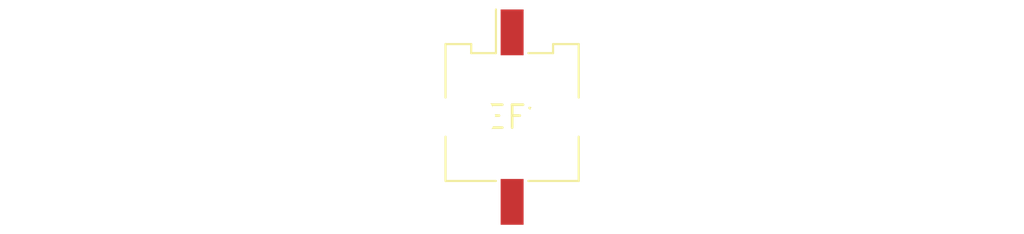
<source format=kicad_pcb>
(kicad_pcb (version 20240108) (generator pcbnew)
  (layers (0 "F.Cu" signal) (31 "B.Cu" signal) (34 "B.Paste" user) (35 "F.Paste" user) (36 "B.SilkS" user "B.Silkscreen") (37 "F.SilkS" user "F.Silkscreen") (38 "B.Mask" user) (39 "F.Mask" user) (44 "Edge.Cuts" user))
  (net 0 "")
  (footprint "Molex_Micro-Fit_3.0_43045-0215_2x01_P3.00mm_Vertical" (layer "F.Cu") (at 0 0)
    (property "Reference" "REF**")
    (property "Value" "Molex_Micro-Fit_3.0_43045-0215_2x01_P3.00mm_Vertical")
    (fp_line (start -3.685 -4.05) (end -2.265 -4.05) (layer "F.SilkS") (stroke (width 0.12)))
    (fp_line (start -3.685 -1.085) (end -3.685 -4.05) (layer "F.SilkS") (stroke (width 0.12)))
    (fp_line (start -3.685 1.085) (end -3.685 3.54) (layer "F.SilkS") (stroke (width 0.12)))
    (fp_line (start -3.685 3.54) (end -0.895 3.54) (layer "F.SilkS") (stroke (width 0.12)))
    (fp_line (start -2.265 -4.05) (end -2.265 -3.55) (layer "F.SilkS") (stroke (width 0.12)))
    (fp_line (start -2.265 -3.55) (end -0.895 -3.55) (layer "F.SilkS") (stroke (width 0.12)))
    (fp_line (start -0.895 -3.55) (end -0.895 -5.97) (layer "F.SilkS") (stroke (width 0.12)))
    (fp_line (start 2.265 -4.05) (end 2.265 -3.55) (layer "F.SilkS") (stroke (width 0.12)))
    (fp_line (start 2.265 -3.55) (end 0.895 -3.55) (layer "F.SilkS") (stroke (width 0.12)))
    (fp_line (start 3.685 -4.05) (end 2.265 -4.05) (layer "F.SilkS") (stroke (width 0.12)))
    (fp_line (start 3.685 -1.085) (end 3.685 -4.05) (layer "F.SilkS") (stroke (width 0.12)))
    (fp_line (start 3.685 1.085) (end 3.685 3.54) (layer "F.SilkS") (stroke (width 0.12)))
    (fp_line (start 3.685 3.54) (end 0.895 3.54) (layer "F.SilkS") (stroke (width 0.12)))
    (pad "" np_thru_hole circle (at -2.15 0) (size 2.41 2.41) (drill 2.41) (layers *.Cu *.Mask))
    (pad "" np_thru_hole circle (at 2.15 0) (size 2.41 2.41) (drill 2.41) (layers *.Cu *.Mask))
    (pad "1" smd rect (at 0 -4.7) (size 1.27 2.54) (layers "F.Cu" "F.Paste" "F.Mask"))
    (pad "2" smd rect (at 0 4.7) (size 1.27 2.54) (layers "F.Cu" "F.Paste" "F.Mask"))
  )
)
</source>
